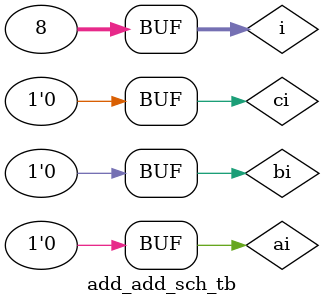
<source format=v>

`timescale 1ns / 1ps

module add_add_sch_tb();

// Inputs
   reg ci;
   reg bi;
   reg ai;

// Output
   wire si;
   wire co;

// Bidirs

// Instantiate the UUT
   add UUT (
		.si(si), 
		.co(co), 
		.ci(ci), 
		.bi(bi), 
		.ai(ai),
		.Pi(Pi),
		.Gi(Gi)	
   );
	
	integer i=0;
// Initialize Inputs
	initial begin
		ci = 0;
		bi = 0;
		ai = 0;
		
		for (i=0; i<=7; i=i+1)begin
		#50;
		{ci,ai,bi} = i+1;
		end
		
	end	
	
endmodule

</source>
